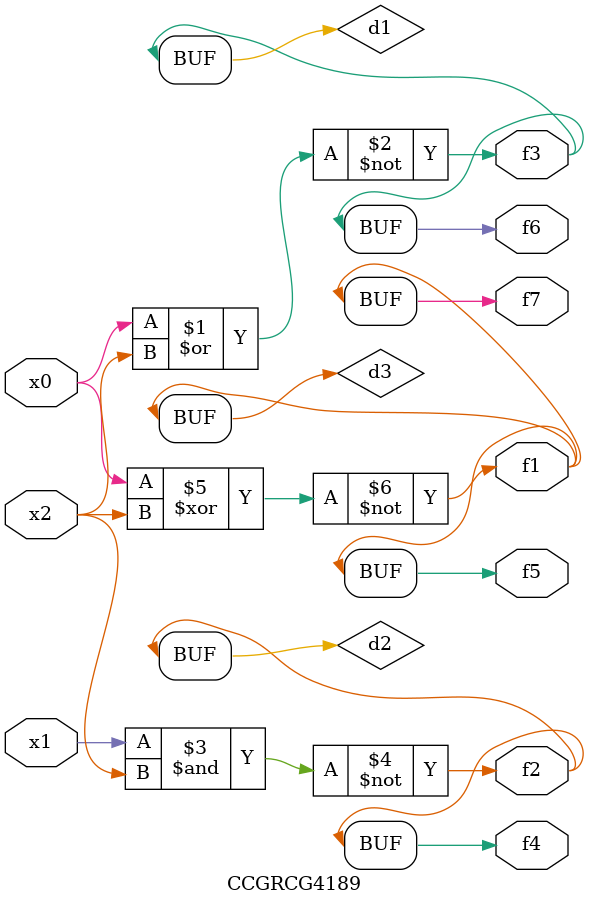
<source format=v>
module CCGRCG4189(
	input x0, x1, x2,
	output f1, f2, f3, f4, f5, f6, f7
);

	wire d1, d2, d3;

	nor (d1, x0, x2);
	nand (d2, x1, x2);
	xnor (d3, x0, x2);
	assign f1 = d3;
	assign f2 = d2;
	assign f3 = d1;
	assign f4 = d2;
	assign f5 = d3;
	assign f6 = d1;
	assign f7 = d3;
endmodule

</source>
